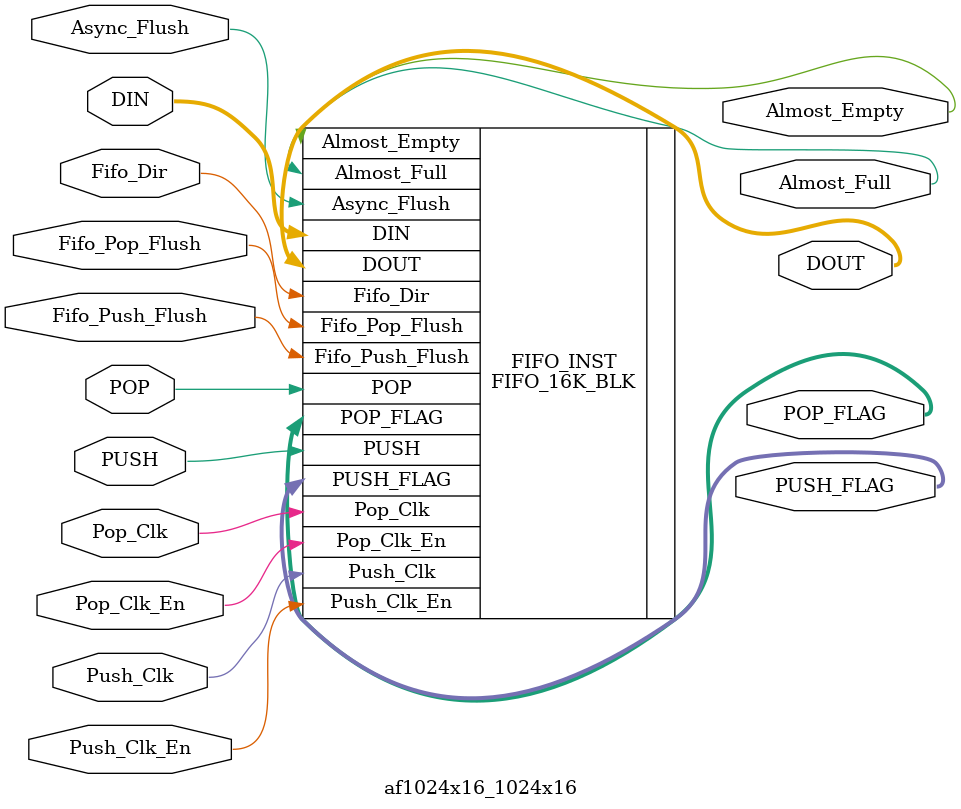
<source format=v>
module af1024x16_1024x16 (DIN,Fifo_Push_Flush,Fifo_Pop_Flush,PUSH,POP,Push_Clk,Pop_Clk,Push_Clk_En,Pop_Clk_En,Fifo_Dir,Async_Flush,Almost_Full,Almost_Empty,PUSH_FLAG,POP_FLAG,DOUT);

input Fifo_Push_Flush,Fifo_Pop_Flush;
input Push_Clk,Pop_Clk;
input PUSH,POP;
input [15:0] DIN;
input Push_Clk_En,Pop_Clk_En,Fifo_Dir,Async_Flush;
output [15:0] DOUT;
output [3:0] PUSH_FLAG,POP_FLAG;
output Almost_Full,Almost_Empty;

parameter data_depth_int = 1024;
parameter data_width_int = 16;
parameter reg_rd_int = 0;
parameter sync_fifo_int = 0;

FIFO_16K_BLK  # (.data_depth_int(data_depth_int),.data_width_int(data_width_int),.reg_rd_int(reg_rd_int),.sync_fifo_int(sync_fifo_int)
        				 ) 
  FIFO_INST    (
                .DIN(DIN),
                .PUSH(PUSH),
                .POP(POP),
                .Fifo_Push_Flush(Fifo_Push_Flush),
                .Fifo_Pop_Flush(Fifo_Pop_Flush),
                .Push_Clk(Push_Clk),
                .Pop_Clk(Pop_Clk),
                .PUSH_FLAG(PUSH_FLAG),
                .POP_FLAG(POP_FLAG),
                .Push_Clk_En(Push_Clk_En),
                .Pop_Clk_En(Pop_Clk_En),
                .Fifo_Dir(Fifo_Dir),
                .Async_Flush(Async_Flush),
                .Almost_Full(Almost_Full),
                .Almost_Empty(Almost_Empty),
                .DOUT(DOUT)
         				);

endmodule


</source>
